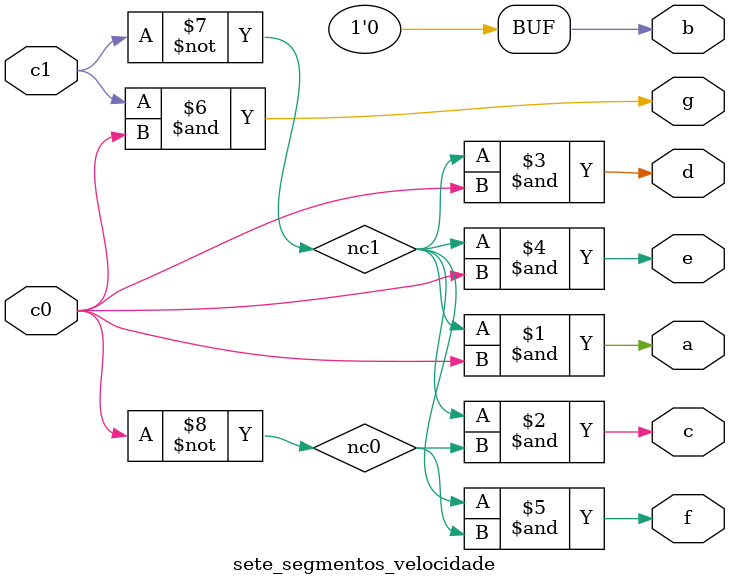
<source format=v>

module sete_segmentos_velocidade(c1, c0, a, b, c, d, e, f, g);
  input c1, c0; //Entrada das chaves
  output a, b, c, d, e, f, g; // Saida dos digitos
  //C1 = MSB, C0 = LSB
  wire nc1, nc0; //Fios que recebem as portas c0 e c1 negadas

  not no1(nc1, c1);
  not not0(nc0, c0);

  //Digito A C1'C0
  and anda(a, nc1, c0);
  //Digito B = 0
  assign b = 0;
  //Digito C c1'c0'
  and andc(c, nc1, nc0);
  //Digito D c1'c0
  and andd(d, nc1, c0);
  //Digito E c1'c0
  and ande(e, nc1, c0);
  //Digito F c1'c0'
  and andf(f, nc1, nc0);
  //Digito G c1c0
  and andg(g, c1, c0);

endmodule
</source>
